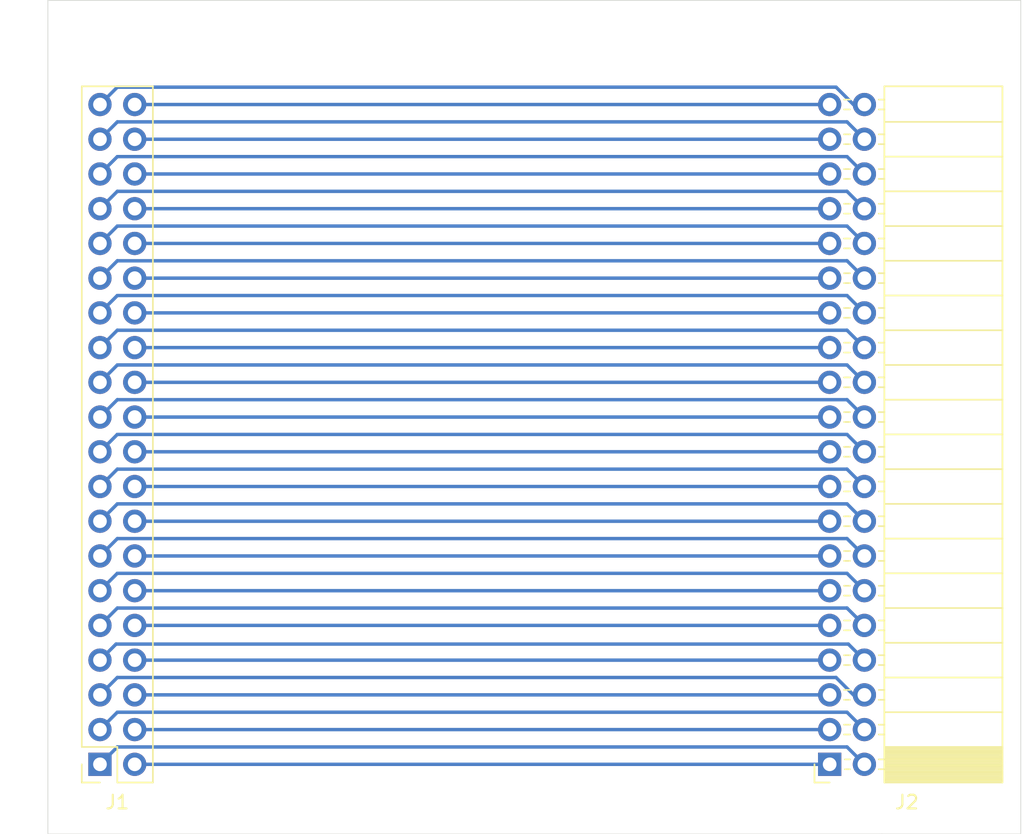
<source format=kicad_pcb>
(kicad_pcb (version 20171130) (host pcbnew "(5.1.10)-1")

  (general
    (thickness 1.6)
    (drawings 5)
    (tracks 82)
    (zones 0)
    (modules 2)
    (nets 41)
  )

  (page A4)
  (layers
    (0 F.Cu signal)
    (31 B.Cu signal)
    (32 B.Adhes user)
    (33 F.Adhes user)
    (34 B.Paste user)
    (35 F.Paste user)
    (36 B.SilkS user)
    (37 F.SilkS user)
    (38 B.Mask user)
    (39 F.Mask user)
    (40 Dwgs.User user)
    (41 Cmts.User user)
    (42 Eco1.User user)
    (43 Eco2.User user)
    (44 Edge.Cuts user)
    (45 Margin user)
    (46 B.CrtYd user)
    (47 F.CrtYd user)
    (48 B.Fab user)
    (49 F.Fab user)
  )

  (setup
    (last_trace_width 0.25)
    (trace_clearance 0.2)
    (zone_clearance 0.508)
    (zone_45_only no)
    (trace_min 0.2)
    (via_size 0.8)
    (via_drill 0.4)
    (via_min_size 0.4)
    (via_min_drill 0.3)
    (uvia_size 0.3)
    (uvia_drill 0.1)
    (uvias_allowed no)
    (uvia_min_size 0.2)
    (uvia_min_drill 0.1)
    (edge_width 0.05)
    (segment_width 0.2)
    (pcb_text_width 0.3)
    (pcb_text_size 1.5 1.5)
    (mod_edge_width 0.12)
    (mod_text_size 1 1)
    (mod_text_width 0.15)
    (pad_size 1.524 1.524)
    (pad_drill 0.762)
    (pad_to_mask_clearance 0)
    (aux_axis_origin 0 0)
    (visible_elements FFFFFF7F)
    (pcbplotparams
      (layerselection 0x3ffff_ffffffff)
      (usegerberextensions false)
      (usegerberattributes true)
      (usegerberadvancedattributes true)
      (creategerberjobfile true)
      (excludeedgelayer true)
      (linewidth 0.100000)
      (plotframeref false)
      (viasonmask false)
      (mode 1)
      (useauxorigin false)
      (hpglpennumber 1)
      (hpglpenspeed 20)
      (hpglpendiameter 15.000000)
      (psnegative false)
      (psa4output false)
      (plotreference true)
      (plotvalue true)
      (plotinvisibletext false)
      (padsonsilk false)
      (subtractmaskfromsilk false)
      (outputformat 1)
      (mirror false)
      (drillshape 0)
      (scaleselection 1)
      (outputdirectory ""))
  )

  (net 0 "")
  (net 1 "Net-(J1-Pad1)")
  (net 2 "Net-(J1-Pad2)")
  (net 3 "Net-(J1-Pad3)")
  (net 4 "Net-(J1-Pad4)")
  (net 5 "Net-(J1-Pad5)")
  (net 6 "Net-(J1-Pad6)")
  (net 7 "Net-(J1-Pad7)")
  (net 8 "Net-(J1-Pad8)")
  (net 9 "Net-(J1-Pad9)")
  (net 10 "Net-(J1-Pad10)")
  (net 11 "Net-(J1-Pad11)")
  (net 12 "Net-(J1-Pad12)")
  (net 13 "Net-(J1-Pad13)")
  (net 14 "Net-(J1-Pad14)")
  (net 15 "Net-(J1-Pad15)")
  (net 16 "Net-(J1-Pad16)")
  (net 17 "Net-(J1-Pad17)")
  (net 18 "Net-(J1-Pad18)")
  (net 19 "Net-(J1-Pad19)")
  (net 20 "Net-(J1-Pad20)")
  (net 21 "Net-(J1-Pad21)")
  (net 22 "Net-(J1-Pad22)")
  (net 23 "Net-(J1-Pad23)")
  (net 24 "Net-(J1-Pad24)")
  (net 25 "Net-(J1-Pad25)")
  (net 26 "Net-(J1-Pad26)")
  (net 27 "Net-(J1-Pad27)")
  (net 28 "Net-(J1-Pad28)")
  (net 29 "Net-(J1-Pad29)")
  (net 30 "Net-(J1-Pad30)")
  (net 31 "Net-(J1-Pad31)")
  (net 32 "Net-(J1-Pad32)")
  (net 33 "Net-(J1-Pad33)")
  (net 34 "Net-(J1-Pad34)")
  (net 35 "Net-(J1-Pad35)")
  (net 36 "Net-(J1-Pad36)")
  (net 37 "Net-(J1-Pad37)")
  (net 38 "Net-(J1-Pad38)")
  (net 39 "Net-(J1-Pad39)")
  (net 40 "Net-(J1-Pad40)")

  (net_class Default "This is the default net class."
    (clearance 0.2)
    (trace_width 0.25)
    (via_dia 0.8)
    (via_drill 0.4)
    (uvia_dia 0.3)
    (uvia_drill 0.1)
    (add_net "Net-(J1-Pad1)")
    (add_net "Net-(J1-Pad10)")
    (add_net "Net-(J1-Pad11)")
    (add_net "Net-(J1-Pad12)")
    (add_net "Net-(J1-Pad13)")
    (add_net "Net-(J1-Pad14)")
    (add_net "Net-(J1-Pad15)")
    (add_net "Net-(J1-Pad16)")
    (add_net "Net-(J1-Pad17)")
    (add_net "Net-(J1-Pad18)")
    (add_net "Net-(J1-Pad19)")
    (add_net "Net-(J1-Pad2)")
    (add_net "Net-(J1-Pad20)")
    (add_net "Net-(J1-Pad21)")
    (add_net "Net-(J1-Pad22)")
    (add_net "Net-(J1-Pad23)")
    (add_net "Net-(J1-Pad24)")
    (add_net "Net-(J1-Pad25)")
    (add_net "Net-(J1-Pad26)")
    (add_net "Net-(J1-Pad27)")
    (add_net "Net-(J1-Pad28)")
    (add_net "Net-(J1-Pad29)")
    (add_net "Net-(J1-Pad3)")
    (add_net "Net-(J1-Pad30)")
    (add_net "Net-(J1-Pad31)")
    (add_net "Net-(J1-Pad32)")
    (add_net "Net-(J1-Pad33)")
    (add_net "Net-(J1-Pad34)")
    (add_net "Net-(J1-Pad35)")
    (add_net "Net-(J1-Pad36)")
    (add_net "Net-(J1-Pad37)")
    (add_net "Net-(J1-Pad38)")
    (add_net "Net-(J1-Pad39)")
    (add_net "Net-(J1-Pad4)")
    (add_net "Net-(J1-Pad40)")
    (add_net "Net-(J1-Pad5)")
    (add_net "Net-(J1-Pad6)")
    (add_net "Net-(J1-Pad7)")
    (add_net "Net-(J1-Pad8)")
    (add_net "Net-(J1-Pad9)")
  )

  (module Connector_PinSocket_2.54mm:PinSocket_2x20_P2.54mm_Vertical (layer F.Cu) (tedit 5A19A433) (tstamp 61FAD6D7)
    (at 92.71 121.92 180)
    (descr "Through hole straight socket strip, 2x20, 2.54mm pitch, double cols (from Kicad 4.0.7), script generated")
    (tags "Through hole socket strip THT 2x20 2.54mm double row")
    (path /62018999)
    (fp_text reference J1 (at -1.27 -2.77) (layer F.SilkS)
      (effects (font (size 1 1) (thickness 0.15)))
    )
    (fp_text value Conn_02x20_Odd_Even (at -1.27 51.03) (layer F.Fab)
      (effects (font (size 1 1) (thickness 0.15)))
    )
    (fp_line (start -4.34 50) (end -4.34 -1.8) (layer F.CrtYd) (width 0.05))
    (fp_line (start 1.76 50) (end -4.34 50) (layer F.CrtYd) (width 0.05))
    (fp_line (start 1.76 -1.8) (end 1.76 50) (layer F.CrtYd) (width 0.05))
    (fp_line (start -4.34 -1.8) (end 1.76 -1.8) (layer F.CrtYd) (width 0.05))
    (fp_line (start 0 -1.33) (end 1.33 -1.33) (layer F.SilkS) (width 0.12))
    (fp_line (start 1.33 -1.33) (end 1.33 0) (layer F.SilkS) (width 0.12))
    (fp_line (start -1.27 -1.33) (end -1.27 1.27) (layer F.SilkS) (width 0.12))
    (fp_line (start -1.27 1.27) (end 1.33 1.27) (layer F.SilkS) (width 0.12))
    (fp_line (start 1.33 1.27) (end 1.33 49.59) (layer F.SilkS) (width 0.12))
    (fp_line (start -3.87 49.59) (end 1.33 49.59) (layer F.SilkS) (width 0.12))
    (fp_line (start -3.87 -1.33) (end -3.87 49.59) (layer F.SilkS) (width 0.12))
    (fp_line (start -3.87 -1.33) (end -1.27 -1.33) (layer F.SilkS) (width 0.12))
    (fp_line (start -3.81 49.53) (end -3.81 -1.27) (layer F.Fab) (width 0.1))
    (fp_line (start 1.27 49.53) (end -3.81 49.53) (layer F.Fab) (width 0.1))
    (fp_line (start 1.27 -0.27) (end 1.27 49.53) (layer F.Fab) (width 0.1))
    (fp_line (start 0.27 -1.27) (end 1.27 -0.27) (layer F.Fab) (width 0.1))
    (fp_line (start -3.81 -1.27) (end 0.27 -1.27) (layer F.Fab) (width 0.1))
    (fp_text user %R (at -1.27 24.13 90) (layer F.Fab)
      (effects (font (size 1 1) (thickness 0.15)))
    )
    (pad 1 thru_hole rect (at 0 0 180) (size 1.7 1.7) (drill 1) (layers *.Cu *.Mask)
      (net 1 "Net-(J1-Pad1)"))
    (pad 2 thru_hole oval (at -2.54 0 180) (size 1.7 1.7) (drill 1) (layers *.Cu *.Mask)
      (net 2 "Net-(J1-Pad2)"))
    (pad 3 thru_hole oval (at 0 2.54 180) (size 1.7 1.7) (drill 1) (layers *.Cu *.Mask)
      (net 3 "Net-(J1-Pad3)"))
    (pad 4 thru_hole oval (at -2.54 2.54 180) (size 1.7 1.7) (drill 1) (layers *.Cu *.Mask)
      (net 4 "Net-(J1-Pad4)"))
    (pad 5 thru_hole oval (at 0 5.08 180) (size 1.7 1.7) (drill 1) (layers *.Cu *.Mask)
      (net 5 "Net-(J1-Pad5)"))
    (pad 6 thru_hole oval (at -2.54 5.08 180) (size 1.7 1.7) (drill 1) (layers *.Cu *.Mask)
      (net 6 "Net-(J1-Pad6)"))
    (pad 7 thru_hole oval (at 0 7.62 180) (size 1.7 1.7) (drill 1) (layers *.Cu *.Mask)
      (net 7 "Net-(J1-Pad7)"))
    (pad 8 thru_hole oval (at -2.54 7.62 180) (size 1.7 1.7) (drill 1) (layers *.Cu *.Mask)
      (net 8 "Net-(J1-Pad8)"))
    (pad 9 thru_hole oval (at 0 10.16 180) (size 1.7 1.7) (drill 1) (layers *.Cu *.Mask)
      (net 9 "Net-(J1-Pad9)"))
    (pad 10 thru_hole oval (at -2.54 10.16 180) (size 1.7 1.7) (drill 1) (layers *.Cu *.Mask)
      (net 10 "Net-(J1-Pad10)"))
    (pad 11 thru_hole oval (at 0 12.7 180) (size 1.7 1.7) (drill 1) (layers *.Cu *.Mask)
      (net 11 "Net-(J1-Pad11)"))
    (pad 12 thru_hole oval (at -2.54 12.7 180) (size 1.7 1.7) (drill 1) (layers *.Cu *.Mask)
      (net 12 "Net-(J1-Pad12)"))
    (pad 13 thru_hole oval (at 0 15.24 180) (size 1.7 1.7) (drill 1) (layers *.Cu *.Mask)
      (net 13 "Net-(J1-Pad13)"))
    (pad 14 thru_hole oval (at -2.54 15.24 180) (size 1.7 1.7) (drill 1) (layers *.Cu *.Mask)
      (net 14 "Net-(J1-Pad14)"))
    (pad 15 thru_hole oval (at 0 17.78 180) (size 1.7 1.7) (drill 1) (layers *.Cu *.Mask)
      (net 15 "Net-(J1-Pad15)"))
    (pad 16 thru_hole oval (at -2.54 17.78 180) (size 1.7 1.7) (drill 1) (layers *.Cu *.Mask)
      (net 16 "Net-(J1-Pad16)"))
    (pad 17 thru_hole oval (at 0 20.32 180) (size 1.7 1.7) (drill 1) (layers *.Cu *.Mask)
      (net 17 "Net-(J1-Pad17)"))
    (pad 18 thru_hole oval (at -2.54 20.32 180) (size 1.7 1.7) (drill 1) (layers *.Cu *.Mask)
      (net 18 "Net-(J1-Pad18)"))
    (pad 19 thru_hole oval (at 0 22.86 180) (size 1.7 1.7) (drill 1) (layers *.Cu *.Mask)
      (net 19 "Net-(J1-Pad19)"))
    (pad 20 thru_hole oval (at -2.54 22.86 180) (size 1.7 1.7) (drill 1) (layers *.Cu *.Mask)
      (net 20 "Net-(J1-Pad20)"))
    (pad 21 thru_hole oval (at 0 25.4 180) (size 1.7 1.7) (drill 1) (layers *.Cu *.Mask)
      (net 21 "Net-(J1-Pad21)"))
    (pad 22 thru_hole oval (at -2.54 25.4 180) (size 1.7 1.7) (drill 1) (layers *.Cu *.Mask)
      (net 22 "Net-(J1-Pad22)"))
    (pad 23 thru_hole oval (at 0 27.94 180) (size 1.7 1.7) (drill 1) (layers *.Cu *.Mask)
      (net 23 "Net-(J1-Pad23)"))
    (pad 24 thru_hole oval (at -2.54 27.94 180) (size 1.7 1.7) (drill 1) (layers *.Cu *.Mask)
      (net 24 "Net-(J1-Pad24)"))
    (pad 25 thru_hole oval (at 0 30.48 180) (size 1.7 1.7) (drill 1) (layers *.Cu *.Mask)
      (net 25 "Net-(J1-Pad25)"))
    (pad 26 thru_hole oval (at -2.54 30.48 180) (size 1.7 1.7) (drill 1) (layers *.Cu *.Mask)
      (net 26 "Net-(J1-Pad26)"))
    (pad 27 thru_hole oval (at 0 33.02 180) (size 1.7 1.7) (drill 1) (layers *.Cu *.Mask)
      (net 27 "Net-(J1-Pad27)"))
    (pad 28 thru_hole oval (at -2.54 33.02 180) (size 1.7 1.7) (drill 1) (layers *.Cu *.Mask)
      (net 28 "Net-(J1-Pad28)"))
    (pad 29 thru_hole oval (at 0 35.56 180) (size 1.7 1.7) (drill 1) (layers *.Cu *.Mask)
      (net 29 "Net-(J1-Pad29)"))
    (pad 30 thru_hole oval (at -2.54 35.56 180) (size 1.7 1.7) (drill 1) (layers *.Cu *.Mask)
      (net 30 "Net-(J1-Pad30)"))
    (pad 31 thru_hole oval (at 0 38.1 180) (size 1.7 1.7) (drill 1) (layers *.Cu *.Mask)
      (net 31 "Net-(J1-Pad31)"))
    (pad 32 thru_hole oval (at -2.54 38.1 180) (size 1.7 1.7) (drill 1) (layers *.Cu *.Mask)
      (net 32 "Net-(J1-Pad32)"))
    (pad 33 thru_hole oval (at 0 40.64 180) (size 1.7 1.7) (drill 1) (layers *.Cu *.Mask)
      (net 33 "Net-(J1-Pad33)"))
    (pad 34 thru_hole oval (at -2.54 40.64 180) (size 1.7 1.7) (drill 1) (layers *.Cu *.Mask)
      (net 34 "Net-(J1-Pad34)"))
    (pad 35 thru_hole oval (at 0 43.18 180) (size 1.7 1.7) (drill 1) (layers *.Cu *.Mask)
      (net 35 "Net-(J1-Pad35)"))
    (pad 36 thru_hole oval (at -2.54 43.18 180) (size 1.7 1.7) (drill 1) (layers *.Cu *.Mask)
      (net 36 "Net-(J1-Pad36)"))
    (pad 37 thru_hole oval (at 0 45.72 180) (size 1.7 1.7) (drill 1) (layers *.Cu *.Mask)
      (net 37 "Net-(J1-Pad37)"))
    (pad 38 thru_hole oval (at -2.54 45.72 180) (size 1.7 1.7) (drill 1) (layers *.Cu *.Mask)
      (net 38 "Net-(J1-Pad38)"))
    (pad 39 thru_hole oval (at 0 48.26 180) (size 1.7 1.7) (drill 1) (layers *.Cu *.Mask)
      (net 39 "Net-(J1-Pad39)"))
    (pad 40 thru_hole oval (at -2.54 48.26 180) (size 1.7 1.7) (drill 1) (layers *.Cu *.Mask)
      (net 40 "Net-(J1-Pad40)"))
    (model ${KISYS3DMOD}/Connector_PinSocket_2.54mm.3dshapes/PinSocket_2x20_P2.54mm_Vertical.wrl
      (at (xyz 0 0 0))
      (scale (xyz 1 1 1))
      (rotate (xyz 0 0 0))
    )
  )

  (module Connector_PinSocket_2.54mm:PinSocket_2x20_P2.54mm_Horizontal (layer F.Cu) (tedit 5A19A423) (tstamp 61FAD7C7)
    (at 146.05 121.92 180)
    (descr "Through hole angled socket strip, 2x20, 2.54mm pitch, 8.51mm socket length, double cols (from Kicad 4.0.7), script generated")
    (tags "Through hole angled socket strip THT 2x20 2.54mm double row")
    (path /6201D26D)
    (fp_text reference J2 (at -5.65 -2.77) (layer F.SilkS)
      (effects (font (size 1 1) (thickness 0.15)))
    )
    (fp_text value Conn_02x20_Odd_Even (at -5.65 51.03) (layer F.Fab)
      (effects (font (size 1 1) (thickness 0.15)))
    )
    (fp_line (start 1.8 50.05) (end 1.8 -1.75) (layer F.CrtYd) (width 0.05))
    (fp_line (start -13.05 50.05) (end 1.8 50.05) (layer F.CrtYd) (width 0.05))
    (fp_line (start -13.05 -1.75) (end -13.05 50.05) (layer F.CrtYd) (width 0.05))
    (fp_line (start 1.8 -1.75) (end -13.05 -1.75) (layer F.CrtYd) (width 0.05))
    (fp_line (start 0 -1.33) (end 1.11 -1.33) (layer F.SilkS) (width 0.12))
    (fp_line (start 1.11 -1.33) (end 1.11 0) (layer F.SilkS) (width 0.12))
    (fp_line (start -12.63 -1.33) (end -12.63 49.59) (layer F.SilkS) (width 0.12))
    (fp_line (start -12.63 49.59) (end -4 49.59) (layer F.SilkS) (width 0.12))
    (fp_line (start -4 -1.33) (end -4 49.59) (layer F.SilkS) (width 0.12))
    (fp_line (start -12.63 -1.33) (end -4 -1.33) (layer F.SilkS) (width 0.12))
    (fp_line (start -12.63 46.99) (end -4 46.99) (layer F.SilkS) (width 0.12))
    (fp_line (start -12.63 44.45) (end -4 44.45) (layer F.SilkS) (width 0.12))
    (fp_line (start -12.63 41.91) (end -4 41.91) (layer F.SilkS) (width 0.12))
    (fp_line (start -12.63 39.37) (end -4 39.37) (layer F.SilkS) (width 0.12))
    (fp_line (start -12.63 36.83) (end -4 36.83) (layer F.SilkS) (width 0.12))
    (fp_line (start -12.63 34.29) (end -4 34.29) (layer F.SilkS) (width 0.12))
    (fp_line (start -12.63 31.75) (end -4 31.75) (layer F.SilkS) (width 0.12))
    (fp_line (start -12.63 29.21) (end -4 29.21) (layer F.SilkS) (width 0.12))
    (fp_line (start -12.63 26.67) (end -4 26.67) (layer F.SilkS) (width 0.12))
    (fp_line (start -12.63 24.13) (end -4 24.13) (layer F.SilkS) (width 0.12))
    (fp_line (start -12.63 21.59) (end -4 21.59) (layer F.SilkS) (width 0.12))
    (fp_line (start -12.63 19.05) (end -4 19.05) (layer F.SilkS) (width 0.12))
    (fp_line (start -12.63 16.51) (end -4 16.51) (layer F.SilkS) (width 0.12))
    (fp_line (start -12.63 13.97) (end -4 13.97) (layer F.SilkS) (width 0.12))
    (fp_line (start -12.63 11.43) (end -4 11.43) (layer F.SilkS) (width 0.12))
    (fp_line (start -12.63 8.89) (end -4 8.89) (layer F.SilkS) (width 0.12))
    (fp_line (start -12.63 6.35) (end -4 6.35) (layer F.SilkS) (width 0.12))
    (fp_line (start -12.63 3.81) (end -4 3.81) (layer F.SilkS) (width 0.12))
    (fp_line (start -12.63 1.27) (end -4 1.27) (layer F.SilkS) (width 0.12))
    (fp_line (start -1.49 48.62) (end -1.05 48.62) (layer F.SilkS) (width 0.12))
    (fp_line (start -4 48.62) (end -3.59 48.62) (layer F.SilkS) (width 0.12))
    (fp_line (start -1.49 47.9) (end -1.05 47.9) (layer F.SilkS) (width 0.12))
    (fp_line (start -4 47.9) (end -3.59 47.9) (layer F.SilkS) (width 0.12))
    (fp_line (start -1.49 46.08) (end -1.05 46.08) (layer F.SilkS) (width 0.12))
    (fp_line (start -4 46.08) (end -3.59 46.08) (layer F.SilkS) (width 0.12))
    (fp_line (start -1.49 45.36) (end -1.05 45.36) (layer F.SilkS) (width 0.12))
    (fp_line (start -4 45.36) (end -3.59 45.36) (layer F.SilkS) (width 0.12))
    (fp_line (start -1.49 43.54) (end -1.05 43.54) (layer F.SilkS) (width 0.12))
    (fp_line (start -4 43.54) (end -3.59 43.54) (layer F.SilkS) (width 0.12))
    (fp_line (start -1.49 42.82) (end -1.05 42.82) (layer F.SilkS) (width 0.12))
    (fp_line (start -4 42.82) (end -3.59 42.82) (layer F.SilkS) (width 0.12))
    (fp_line (start -1.49 41) (end -1.05 41) (layer F.SilkS) (width 0.12))
    (fp_line (start -4 41) (end -3.59 41) (layer F.SilkS) (width 0.12))
    (fp_line (start -1.49 40.28) (end -1.05 40.28) (layer F.SilkS) (width 0.12))
    (fp_line (start -4 40.28) (end -3.59 40.28) (layer F.SilkS) (width 0.12))
    (fp_line (start -1.49 38.46) (end -1.05 38.46) (layer F.SilkS) (width 0.12))
    (fp_line (start -4 38.46) (end -3.59 38.46) (layer F.SilkS) (width 0.12))
    (fp_line (start -1.49 37.74) (end -1.05 37.74) (layer F.SilkS) (width 0.12))
    (fp_line (start -4 37.74) (end -3.59 37.74) (layer F.SilkS) (width 0.12))
    (fp_line (start -1.49 35.92) (end -1.05 35.92) (layer F.SilkS) (width 0.12))
    (fp_line (start -4 35.92) (end -3.59 35.92) (layer F.SilkS) (width 0.12))
    (fp_line (start -1.49 35.2) (end -1.05 35.2) (layer F.SilkS) (width 0.12))
    (fp_line (start -4 35.2) (end -3.59 35.2) (layer F.SilkS) (width 0.12))
    (fp_line (start -1.49 33.38) (end -1.05 33.38) (layer F.SilkS) (width 0.12))
    (fp_line (start -4 33.38) (end -3.59 33.38) (layer F.SilkS) (width 0.12))
    (fp_line (start -1.49 32.66) (end -1.05 32.66) (layer F.SilkS) (width 0.12))
    (fp_line (start -4 32.66) (end -3.59 32.66) (layer F.SilkS) (width 0.12))
    (fp_line (start -1.49 30.84) (end -1.05 30.84) (layer F.SilkS) (width 0.12))
    (fp_line (start -4 30.84) (end -3.59 30.84) (layer F.SilkS) (width 0.12))
    (fp_line (start -1.49 30.12) (end -1.05 30.12) (layer F.SilkS) (width 0.12))
    (fp_line (start -4 30.12) (end -3.59 30.12) (layer F.SilkS) (width 0.12))
    (fp_line (start -1.49 28.3) (end -1.05 28.3) (layer F.SilkS) (width 0.12))
    (fp_line (start -4 28.3) (end -3.59 28.3) (layer F.SilkS) (width 0.12))
    (fp_line (start -1.49 27.58) (end -1.05 27.58) (layer F.SilkS) (width 0.12))
    (fp_line (start -4 27.58) (end -3.59 27.58) (layer F.SilkS) (width 0.12))
    (fp_line (start -1.49 25.76) (end -1.05 25.76) (layer F.SilkS) (width 0.12))
    (fp_line (start -4 25.76) (end -3.59 25.76) (layer F.SilkS) (width 0.12))
    (fp_line (start -1.49 25.04) (end -1.05 25.04) (layer F.SilkS) (width 0.12))
    (fp_line (start -4 25.04) (end -3.59 25.04) (layer F.SilkS) (width 0.12))
    (fp_line (start -1.49 23.22) (end -1.05 23.22) (layer F.SilkS) (width 0.12))
    (fp_line (start -4 23.22) (end -3.59 23.22) (layer F.SilkS) (width 0.12))
    (fp_line (start -1.49 22.5) (end -1.05 22.5) (layer F.SilkS) (width 0.12))
    (fp_line (start -4 22.5) (end -3.59 22.5) (layer F.SilkS) (width 0.12))
    (fp_line (start -1.49 20.68) (end -1.05 20.68) (layer F.SilkS) (width 0.12))
    (fp_line (start -4 20.68) (end -3.59 20.68) (layer F.SilkS) (width 0.12))
    (fp_line (start -1.49 19.96) (end -1.05 19.96) (layer F.SilkS) (width 0.12))
    (fp_line (start -4 19.96) (end -3.59 19.96) (layer F.SilkS) (width 0.12))
    (fp_line (start -1.49 18.14) (end -1.05 18.14) (layer F.SilkS) (width 0.12))
    (fp_line (start -4 18.14) (end -3.59 18.14) (layer F.SilkS) (width 0.12))
    (fp_line (start -1.49 17.42) (end -1.05 17.42) (layer F.SilkS) (width 0.12))
    (fp_line (start -4 17.42) (end -3.59 17.42) (layer F.SilkS) (width 0.12))
    (fp_line (start -1.49 15.6) (end -1.05 15.6) (layer F.SilkS) (width 0.12))
    (fp_line (start -4 15.6) (end -3.59 15.6) (layer F.SilkS) (width 0.12))
    (fp_line (start -1.49 14.88) (end -1.05 14.88) (layer F.SilkS) (width 0.12))
    (fp_line (start -4 14.88) (end -3.59 14.88) (layer F.SilkS) (width 0.12))
    (fp_line (start -1.49 13.06) (end -1.05 13.06) (layer F.SilkS) (width 0.12))
    (fp_line (start -4 13.06) (end -3.59 13.06) (layer F.SilkS) (width 0.12))
    (fp_line (start -1.49 12.34) (end -1.05 12.34) (layer F.SilkS) (width 0.12))
    (fp_line (start -4 12.34) (end -3.59 12.34) (layer F.SilkS) (width 0.12))
    (fp_line (start -1.49 10.52) (end -1.05 10.52) (layer F.SilkS) (width 0.12))
    (fp_line (start -4 10.52) (end -3.59 10.52) (layer F.SilkS) (width 0.12))
    (fp_line (start -1.49 9.8) (end -1.05 9.8) (layer F.SilkS) (width 0.12))
    (fp_line (start -4 9.8) (end -3.59 9.8) (layer F.SilkS) (width 0.12))
    (fp_line (start -1.49 7.98) (end -1.05 7.98) (layer F.SilkS) (width 0.12))
    (fp_line (start -4 7.98) (end -3.59 7.98) (layer F.SilkS) (width 0.12))
    (fp_line (start -1.49 7.26) (end -1.05 7.26) (layer F.SilkS) (width 0.12))
    (fp_line (start -4 7.26) (end -3.59 7.26) (layer F.SilkS) (width 0.12))
    (fp_line (start -1.49 5.44) (end -1.05 5.44) (layer F.SilkS) (width 0.12))
    (fp_line (start -4 5.44) (end -3.59 5.44) (layer F.SilkS) (width 0.12))
    (fp_line (start -1.49 4.72) (end -1.05 4.72) (layer F.SilkS) (width 0.12))
    (fp_line (start -4 4.72) (end -3.59 4.72) (layer F.SilkS) (width 0.12))
    (fp_line (start -1.49 2.9) (end -1.05 2.9) (layer F.SilkS) (width 0.12))
    (fp_line (start -4 2.9) (end -3.59 2.9) (layer F.SilkS) (width 0.12))
    (fp_line (start -1.49 2.18) (end -1.05 2.18) (layer F.SilkS) (width 0.12))
    (fp_line (start -4 2.18) (end -3.59 2.18) (layer F.SilkS) (width 0.12))
    (fp_line (start -1.49 0.36) (end -1.11 0.36) (layer F.SilkS) (width 0.12))
    (fp_line (start -4 0.36) (end -3.59 0.36) (layer F.SilkS) (width 0.12))
    (fp_line (start -1.49 -0.36) (end -1.11 -0.36) (layer F.SilkS) (width 0.12))
    (fp_line (start -4 -0.36) (end -3.59 -0.36) (layer F.SilkS) (width 0.12))
    (fp_line (start -12.63 1.1519) (end -4 1.1519) (layer F.SilkS) (width 0.12))
    (fp_line (start -12.63 1.033805) (end -4 1.033805) (layer F.SilkS) (width 0.12))
    (fp_line (start -12.63 0.91571) (end -4 0.91571) (layer F.SilkS) (width 0.12))
    (fp_line (start -12.63 0.797615) (end -4 0.797615) (layer F.SilkS) (width 0.12))
    (fp_line (start -12.63 0.67952) (end -4 0.67952) (layer F.SilkS) (width 0.12))
    (fp_line (start -12.63 0.561425) (end -4 0.561425) (layer F.SilkS) (width 0.12))
    (fp_line (start -12.63 0.44333) (end -4 0.44333) (layer F.SilkS) (width 0.12))
    (fp_line (start -12.63 0.325235) (end -4 0.325235) (layer F.SilkS) (width 0.12))
    (fp_line (start -12.63 0.20714) (end -4 0.20714) (layer F.SilkS) (width 0.12))
    (fp_line (start -12.63 0.089045) (end -4 0.089045) (layer F.SilkS) (width 0.12))
    (fp_line (start -12.63 -0.02905) (end -4 -0.02905) (layer F.SilkS) (width 0.12))
    (fp_line (start -12.63 -0.147145) (end -4 -0.147145) (layer F.SilkS) (width 0.12))
    (fp_line (start -12.63 -0.26524) (end -4 -0.26524) (layer F.SilkS) (width 0.12))
    (fp_line (start -12.63 -0.383335) (end -4 -0.383335) (layer F.SilkS) (width 0.12))
    (fp_line (start -12.63 -0.50143) (end -4 -0.50143) (layer F.SilkS) (width 0.12))
    (fp_line (start -12.63 -0.619525) (end -4 -0.619525) (layer F.SilkS) (width 0.12))
    (fp_line (start -12.63 -0.73762) (end -4 -0.73762) (layer F.SilkS) (width 0.12))
    (fp_line (start -12.63 -0.855715) (end -4 -0.855715) (layer F.SilkS) (width 0.12))
    (fp_line (start -12.63 -0.97381) (end -4 -0.97381) (layer F.SilkS) (width 0.12))
    (fp_line (start -12.63 -1.091905) (end -4 -1.091905) (layer F.SilkS) (width 0.12))
    (fp_line (start -12.63 -1.21) (end -4 -1.21) (layer F.SilkS) (width 0.12))
    (fp_line (start 0 48.56) (end 0 47.96) (layer F.Fab) (width 0.1))
    (fp_line (start -4.06 48.56) (end 0 48.56) (layer F.Fab) (width 0.1))
    (fp_line (start 0 47.96) (end -4.06 47.96) (layer F.Fab) (width 0.1))
    (fp_line (start 0 46.02) (end 0 45.42) (layer F.Fab) (width 0.1))
    (fp_line (start -4.06 46.02) (end 0 46.02) (layer F.Fab) (width 0.1))
    (fp_line (start 0 45.42) (end -4.06 45.42) (layer F.Fab) (width 0.1))
    (fp_line (start 0 43.48) (end 0 42.88) (layer F.Fab) (width 0.1))
    (fp_line (start -4.06 43.48) (end 0 43.48) (layer F.Fab) (width 0.1))
    (fp_line (start 0 42.88) (end -4.06 42.88) (layer F.Fab) (width 0.1))
    (fp_line (start 0 40.94) (end 0 40.34) (layer F.Fab) (width 0.1))
    (fp_line (start -4.06 40.94) (end 0 40.94) (layer F.Fab) (width 0.1))
    (fp_line (start 0 40.34) (end -4.06 40.34) (layer F.Fab) (width 0.1))
    (fp_line (start 0 38.4) (end 0 37.8) (layer F.Fab) (width 0.1))
    (fp_line (start -4.06 38.4) (end 0 38.4) (layer F.Fab) (width 0.1))
    (fp_line (start 0 37.8) (end -4.06 37.8) (layer F.Fab) (width 0.1))
    (fp_line (start 0 35.86) (end 0 35.26) (layer F.Fab) (width 0.1))
    (fp_line (start -4.06 35.86) (end 0 35.86) (layer F.Fab) (width 0.1))
    (fp_line (start 0 35.26) (end -4.06 35.26) (layer F.Fab) (width 0.1))
    (fp_line (start 0 33.32) (end 0 32.72) (layer F.Fab) (width 0.1))
    (fp_line (start -4.06 33.32) (end 0 33.32) (layer F.Fab) (width 0.1))
    (fp_line (start 0 32.72) (end -4.06 32.72) (layer F.Fab) (width 0.1))
    (fp_line (start 0 30.78) (end 0 30.18) (layer F.Fab) (width 0.1))
    (fp_line (start -4.06 30.78) (end 0 30.78) (layer F.Fab) (width 0.1))
    (fp_line (start 0 30.18) (end -4.06 30.18) (layer F.Fab) (width 0.1))
    (fp_line (start 0 28.24) (end 0 27.64) (layer F.Fab) (width 0.1))
    (fp_line (start -4.06 28.24) (end 0 28.24) (layer F.Fab) (width 0.1))
    (fp_line (start 0 27.64) (end -4.06 27.64) (layer F.Fab) (width 0.1))
    (fp_line (start 0 25.7) (end 0 25.1) (layer F.Fab) (width 0.1))
    (fp_line (start -4.06 25.7) (end 0 25.7) (layer F.Fab) (width 0.1))
    (fp_line (start 0 25.1) (end -4.06 25.1) (layer F.Fab) (width 0.1))
    (fp_line (start 0 23.16) (end 0 22.56) (layer F.Fab) (width 0.1))
    (fp_line (start -4.06 23.16) (end 0 23.16) (layer F.Fab) (width 0.1))
    (fp_line (start 0 22.56) (end -4.06 22.56) (layer F.Fab) (width 0.1))
    (fp_line (start 0 20.62) (end 0 20.02) (layer F.Fab) (width 0.1))
    (fp_line (start -4.06 20.62) (end 0 20.62) (layer F.Fab) (width 0.1))
    (fp_line (start 0 20.02) (end -4.06 20.02) (layer F.Fab) (width 0.1))
    (fp_line (start 0 18.08) (end 0 17.48) (layer F.Fab) (width 0.1))
    (fp_line (start -4.06 18.08) (end 0 18.08) (layer F.Fab) (width 0.1))
    (fp_line (start 0 17.48) (end -4.06 17.48) (layer F.Fab) (width 0.1))
    (fp_line (start 0 15.54) (end 0 14.94) (layer F.Fab) (width 0.1))
    (fp_line (start -4.06 15.54) (end 0 15.54) (layer F.Fab) (width 0.1))
    (fp_line (start 0 14.94) (end -4.06 14.94) (layer F.Fab) (width 0.1))
    (fp_line (start 0 13) (end 0 12.4) (layer F.Fab) (width 0.1))
    (fp_line (start -4.06 13) (end 0 13) (layer F.Fab) (width 0.1))
    (fp_line (start 0 12.4) (end -4.06 12.4) (layer F.Fab) (width 0.1))
    (fp_line (start 0 10.46) (end 0 9.86) (layer F.Fab) (width 0.1))
    (fp_line (start -4.06 10.46) (end 0 10.46) (layer F.Fab) (width 0.1))
    (fp_line (start 0 9.86) (end -4.06 9.86) (layer F.Fab) (width 0.1))
    (fp_line (start 0 7.92) (end 0 7.32) (layer F.Fab) (width 0.1))
    (fp_line (start -4.06 7.92) (end 0 7.92) (layer F.Fab) (width 0.1))
    (fp_line (start 0 7.32) (end -4.06 7.32) (layer F.Fab) (width 0.1))
    (fp_line (start 0 5.38) (end 0 4.78) (layer F.Fab) (width 0.1))
    (fp_line (start -4.06 5.38) (end 0 5.38) (layer F.Fab) (width 0.1))
    (fp_line (start 0 4.78) (end -4.06 4.78) (layer F.Fab) (width 0.1))
    (fp_line (start 0 2.84) (end 0 2.24) (layer F.Fab) (width 0.1))
    (fp_line (start -4.06 2.84) (end 0 2.84) (layer F.Fab) (width 0.1))
    (fp_line (start 0 2.24) (end -4.06 2.24) (layer F.Fab) (width 0.1))
    (fp_line (start 0 0.3) (end 0 -0.3) (layer F.Fab) (width 0.1))
    (fp_line (start -4.06 0.3) (end 0 0.3) (layer F.Fab) (width 0.1))
    (fp_line (start 0 -0.3) (end -4.06 -0.3) (layer F.Fab) (width 0.1))
    (fp_line (start -12.57 49.53) (end -12.57 -1.27) (layer F.Fab) (width 0.1))
    (fp_line (start -4.06 49.53) (end -12.57 49.53) (layer F.Fab) (width 0.1))
    (fp_line (start -4.06 -0.3) (end -4.06 49.53) (layer F.Fab) (width 0.1))
    (fp_line (start -5.03 -1.27) (end -4.06 -0.3) (layer F.Fab) (width 0.1))
    (fp_line (start -12.57 -1.27) (end -5.03 -1.27) (layer F.Fab) (width 0.1))
    (fp_text user %R (at -8.315 24.13 90) (layer F.Fab)
      (effects (font (size 1 1) (thickness 0.15)))
    )
    (pad 1 thru_hole rect (at 0 0 180) (size 1.7 1.7) (drill 1) (layers *.Cu *.Mask)
      (net 2 "Net-(J1-Pad2)"))
    (pad 2 thru_hole oval (at -2.54 0 180) (size 1.7 1.7) (drill 1) (layers *.Cu *.Mask)
      (net 1 "Net-(J1-Pad1)"))
    (pad 3 thru_hole oval (at 0 2.54 180) (size 1.7 1.7) (drill 1) (layers *.Cu *.Mask)
      (net 4 "Net-(J1-Pad4)"))
    (pad 4 thru_hole oval (at -2.54 2.54 180) (size 1.7 1.7) (drill 1) (layers *.Cu *.Mask)
      (net 3 "Net-(J1-Pad3)"))
    (pad 5 thru_hole oval (at 0 5.08 180) (size 1.7 1.7) (drill 1) (layers *.Cu *.Mask)
      (net 6 "Net-(J1-Pad6)"))
    (pad 6 thru_hole oval (at -2.54 5.08 180) (size 1.7 1.7) (drill 1) (layers *.Cu *.Mask)
      (net 5 "Net-(J1-Pad5)"))
    (pad 7 thru_hole oval (at 0 7.62 180) (size 1.7 1.7) (drill 1) (layers *.Cu *.Mask)
      (net 8 "Net-(J1-Pad8)"))
    (pad 8 thru_hole oval (at -2.54 7.62 180) (size 1.7 1.7) (drill 1) (layers *.Cu *.Mask)
      (net 7 "Net-(J1-Pad7)"))
    (pad 9 thru_hole oval (at 0 10.16 180) (size 1.7 1.7) (drill 1) (layers *.Cu *.Mask)
      (net 10 "Net-(J1-Pad10)"))
    (pad 10 thru_hole oval (at -2.54 10.16 180) (size 1.7 1.7) (drill 1) (layers *.Cu *.Mask)
      (net 9 "Net-(J1-Pad9)"))
    (pad 11 thru_hole oval (at 0 12.7 180) (size 1.7 1.7) (drill 1) (layers *.Cu *.Mask)
      (net 12 "Net-(J1-Pad12)"))
    (pad 12 thru_hole oval (at -2.54 12.7 180) (size 1.7 1.7) (drill 1) (layers *.Cu *.Mask)
      (net 11 "Net-(J1-Pad11)"))
    (pad 13 thru_hole oval (at 0 15.24 180) (size 1.7 1.7) (drill 1) (layers *.Cu *.Mask)
      (net 14 "Net-(J1-Pad14)"))
    (pad 14 thru_hole oval (at -2.54 15.24 180) (size 1.7 1.7) (drill 1) (layers *.Cu *.Mask)
      (net 13 "Net-(J1-Pad13)"))
    (pad 15 thru_hole oval (at 0 17.78 180) (size 1.7 1.7) (drill 1) (layers *.Cu *.Mask)
      (net 16 "Net-(J1-Pad16)"))
    (pad 16 thru_hole oval (at -2.54 17.78 180) (size 1.7 1.7) (drill 1) (layers *.Cu *.Mask)
      (net 15 "Net-(J1-Pad15)"))
    (pad 17 thru_hole oval (at 0 20.32 180) (size 1.7 1.7) (drill 1) (layers *.Cu *.Mask)
      (net 18 "Net-(J1-Pad18)"))
    (pad 18 thru_hole oval (at -2.54 20.32 180) (size 1.7 1.7) (drill 1) (layers *.Cu *.Mask)
      (net 17 "Net-(J1-Pad17)"))
    (pad 19 thru_hole oval (at 0 22.86 180) (size 1.7 1.7) (drill 1) (layers *.Cu *.Mask)
      (net 20 "Net-(J1-Pad20)"))
    (pad 20 thru_hole oval (at -2.54 22.86 180) (size 1.7 1.7) (drill 1) (layers *.Cu *.Mask)
      (net 19 "Net-(J1-Pad19)"))
    (pad 21 thru_hole oval (at 0 25.4 180) (size 1.7 1.7) (drill 1) (layers *.Cu *.Mask)
      (net 22 "Net-(J1-Pad22)"))
    (pad 22 thru_hole oval (at -2.54 25.4 180) (size 1.7 1.7) (drill 1) (layers *.Cu *.Mask)
      (net 21 "Net-(J1-Pad21)"))
    (pad 23 thru_hole oval (at 0 27.94 180) (size 1.7 1.7) (drill 1) (layers *.Cu *.Mask)
      (net 24 "Net-(J1-Pad24)"))
    (pad 24 thru_hole oval (at -2.54 27.94 180) (size 1.7 1.7) (drill 1) (layers *.Cu *.Mask)
      (net 23 "Net-(J1-Pad23)"))
    (pad 25 thru_hole oval (at 0 30.48 180) (size 1.7 1.7) (drill 1) (layers *.Cu *.Mask)
      (net 26 "Net-(J1-Pad26)"))
    (pad 26 thru_hole oval (at -2.54 30.48 180) (size 1.7 1.7) (drill 1) (layers *.Cu *.Mask)
      (net 25 "Net-(J1-Pad25)"))
    (pad 27 thru_hole oval (at 0 33.02 180) (size 1.7 1.7) (drill 1) (layers *.Cu *.Mask)
      (net 28 "Net-(J1-Pad28)"))
    (pad 28 thru_hole oval (at -2.54 33.02 180) (size 1.7 1.7) (drill 1) (layers *.Cu *.Mask)
      (net 27 "Net-(J1-Pad27)"))
    (pad 29 thru_hole oval (at 0 35.56 180) (size 1.7 1.7) (drill 1) (layers *.Cu *.Mask)
      (net 30 "Net-(J1-Pad30)"))
    (pad 30 thru_hole oval (at -2.54 35.56 180) (size 1.7 1.7) (drill 1) (layers *.Cu *.Mask)
      (net 29 "Net-(J1-Pad29)"))
    (pad 31 thru_hole oval (at 0 38.1 180) (size 1.7 1.7) (drill 1) (layers *.Cu *.Mask)
      (net 32 "Net-(J1-Pad32)"))
    (pad 32 thru_hole oval (at -2.54 38.1 180) (size 1.7 1.7) (drill 1) (layers *.Cu *.Mask)
      (net 31 "Net-(J1-Pad31)"))
    (pad 33 thru_hole oval (at 0 40.64 180) (size 1.7 1.7) (drill 1) (layers *.Cu *.Mask)
      (net 34 "Net-(J1-Pad34)"))
    (pad 34 thru_hole oval (at -2.54 40.64 180) (size 1.7 1.7) (drill 1) (layers *.Cu *.Mask)
      (net 33 "Net-(J1-Pad33)"))
    (pad 35 thru_hole oval (at 0 43.18 180) (size 1.7 1.7) (drill 1) (layers *.Cu *.Mask)
      (net 36 "Net-(J1-Pad36)"))
    (pad 36 thru_hole oval (at -2.54 43.18 180) (size 1.7 1.7) (drill 1) (layers *.Cu *.Mask)
      (net 35 "Net-(J1-Pad35)"))
    (pad 37 thru_hole oval (at 0 45.72 180) (size 1.7 1.7) (drill 1) (layers *.Cu *.Mask)
      (net 38 "Net-(J1-Pad38)"))
    (pad 38 thru_hole oval (at -2.54 45.72 180) (size 1.7 1.7) (drill 1) (layers *.Cu *.Mask)
      (net 37 "Net-(J1-Pad37)"))
    (pad 39 thru_hole oval (at 0 48.26 180) (size 1.7 1.7) (drill 1) (layers *.Cu *.Mask)
      (net 40 "Net-(J1-Pad40)"))
    (pad 40 thru_hole oval (at -2.54 48.26 180) (size 1.7 1.7) (drill 1) (layers *.Cu *.Mask)
      (net 39 "Net-(J1-Pad39)"))
    (model ${KISYS3DMOD}/Connector_PinSocket_2.54mm.3dshapes/PinSocket_2x20_P2.54mm_Horizontal.wrl
      (at (xyz 0 0 0))
      (scale (xyz 1 1 1))
      (rotate (xyz 0 0 0))
    )
  )

  (gr_line (start 160.02 66.04) (end 88.9 66.04) (layer Edge.Cuts) (width 0.05) (tstamp 61FAE31C))
  (gr_line (start 160.02 127) (end 160.02 66.04) (layer Edge.Cuts) (width 0.05))
  (gr_line (start 149.86 127) (end 160.02 127) (layer Edge.Cuts) (width 0.05))
  (gr_line (start 88.9 66.04) (end 88.9 127) (layer Edge.Cuts) (width 0.05) (tstamp 61FAE1DF))
  (gr_line (start 88.9 127) (end 149.86 127) (layer Edge.Cuts) (width 0.05))

  (segment (start 148.59 121.92) (end 147.32 120.65) (width 0.25) (layer B.Cu) (net 1))
  (segment (start 93.98 120.65) (end 92.71 121.92) (width 0.25) (layer B.Cu) (net 1))
  (segment (start 147.32 120.65) (end 93.98 120.65) (width 0.25) (layer B.Cu) (net 1))
  (segment (start 95.25 121.92) (end 146.05 121.92) (width 0.25) (layer B.Cu) (net 2))
  (segment (start 92.71 119.38) (end 93.98 118.11) (width 0.25) (layer B.Cu) (net 3))
  (segment (start 147.32 118.11) (end 148.59 119.38) (width 0.25) (layer B.Cu) (net 3))
  (segment (start 93.98 118.11) (end 147.32 118.11) (width 0.25) (layer B.Cu) (net 3))
  (segment (start 146.05 119.38) (end 95.25 119.38) (width 0.25) (layer B.Cu) (net 4))
  (segment (start 92.71 116.84) (end 93.98 115.57) (width 0.25) (layer B.Cu) (net 5))
  (segment (start 146.519002 115.57) (end 147.789002 116.84) (width 0.25) (layer B.Cu) (net 5))
  (segment (start 147.789002 116.84) (end 148.59 116.84) (width 0.25) (layer B.Cu) (net 5))
  (segment (start 93.98 115.57) (end 146.519002 115.57) (width 0.25) (layer B.Cu) (net 5))
  (segment (start 95.25 116.84) (end 146.05 116.84) (width 0.25) (layer B.Cu) (net 6))
  (segment (start 147.414999 113.124999) (end 148.59 114.3) (width 0.25) (layer B.Cu) (net 7))
  (segment (start 93.885001 113.124999) (end 147.414999 113.124999) (width 0.25) (layer B.Cu) (net 7))
  (segment (start 92.71 114.3) (end 93.885001 113.124999) (width 0.25) (layer B.Cu) (net 7))
  (segment (start 146.05 114.3) (end 95.25 114.3) (width 0.25) (layer B.Cu) (net 8))
  (segment (start 93.98 110.49) (end 92.71 111.76) (width 0.25) (layer B.Cu) (net 9))
  (segment (start 147.32 110.49) (end 93.98 110.49) (width 0.25) (layer B.Cu) (net 9))
  (segment (start 148.59 111.76) (end 147.32 110.49) (width 0.25) (layer B.Cu) (net 9))
  (segment (start 95.25 111.76) (end 146.05 111.76) (width 0.25) (layer B.Cu) (net 10))
  (segment (start 92.71 109.22) (end 93.98 107.95) (width 0.25) (layer B.Cu) (net 11))
  (segment (start 93.98 107.95) (end 147.32 107.95) (width 0.25) (layer B.Cu) (net 11))
  (segment (start 147.32 107.95) (end 148.59 109.22) (width 0.25) (layer B.Cu) (net 11))
  (segment (start 95.25 109.22) (end 146.05 109.22) (width 0.25) (layer B.Cu) (net 12))
  (segment (start 148.59 106.68) (end 147.32 105.41) (width 0.25) (layer B.Cu) (net 13))
  (segment (start 147.32 105.41) (end 93.98 105.41) (width 0.25) (layer B.Cu) (net 13))
  (segment (start 93.98 105.41) (end 92.71 106.68) (width 0.25) (layer B.Cu) (net 13))
  (segment (start 146.05 106.68) (end 95.25 106.68) (width 0.25) (layer B.Cu) (net 14))
  (segment (start 92.71 104.14) (end 93.98 102.87) (width 0.25) (layer B.Cu) (net 15))
  (segment (start 93.98 102.87) (end 147.32 102.87) (width 0.25) (layer B.Cu) (net 15))
  (segment (start 147.32 102.87) (end 148.59 104.14) (width 0.25) (layer B.Cu) (net 15))
  (segment (start 95.25 104.14) (end 146.05 104.14) (width 0.25) (layer B.Cu) (net 16))
  (segment (start 92.71 101.6) (end 93.98 100.33) (width 0.25) (layer B.Cu) (net 17))
  (segment (start 93.98 100.33) (end 147.32 100.33) (width 0.25) (layer B.Cu) (net 17))
  (segment (start 147.32 100.33) (end 148.59 101.6) (width 0.25) (layer B.Cu) (net 17))
  (segment (start 146.05 101.6) (end 95.25 101.6) (width 0.25) (layer B.Cu) (net 18))
  (segment (start 92.71 99.06) (end 93.98 97.79) (width 0.25) (layer B.Cu) (net 19))
  (segment (start 93.98 97.79) (end 147.32 97.79) (width 0.25) (layer B.Cu) (net 19))
  (segment (start 147.32 97.79) (end 148.59 99.06) (width 0.25) (layer B.Cu) (net 19))
  (segment (start 95.25 99.06) (end 146.05 99.06) (width 0.25) (layer B.Cu) (net 20))
  (segment (start 92.71 96.52) (end 93.98 95.25) (width 0.25) (layer B.Cu) (net 21))
  (segment (start 93.98 95.25) (end 147.32 95.25) (width 0.25) (layer B.Cu) (net 21))
  (segment (start 147.32 95.25) (end 148.59 96.52) (width 0.25) (layer B.Cu) (net 21))
  (segment (start 95.25 96.52) (end 146.05 96.52) (width 0.25) (layer B.Cu) (net 22))
  (segment (start 92.71 93.98) (end 93.98 92.71) (width 0.25) (layer B.Cu) (net 23))
  (segment (start 147.32 92.71) (end 148.59 93.98) (width 0.25) (layer B.Cu) (net 23))
  (segment (start 93.98 92.71) (end 147.32 92.71) (width 0.25) (layer B.Cu) (net 23))
  (segment (start 95.25 93.98) (end 146.05 93.98) (width 0.25) (layer B.Cu) (net 24))
  (segment (start 92.71 91.44) (end 93.98 90.17) (width 0.25) (layer B.Cu) (net 25))
  (segment (start 147.32 90.17) (end 148.59 91.44) (width 0.25) (layer B.Cu) (net 25))
  (segment (start 93.98 90.17) (end 147.32 90.17) (width 0.25) (layer B.Cu) (net 25))
  (segment (start 95.25 91.44) (end 146.05 91.44) (width 0.25) (layer B.Cu) (net 26))
  (segment (start 93.98 87.63) (end 92.71 88.9) (width 0.25) (layer B.Cu) (net 27))
  (segment (start 147.32 87.63) (end 93.98 87.63) (width 0.25) (layer B.Cu) (net 27))
  (segment (start 148.59 88.9) (end 147.32 87.63) (width 0.25) (layer B.Cu) (net 27))
  (segment (start 95.25 88.9) (end 146.05 88.9) (width 0.25) (layer B.Cu) (net 28))
  (segment (start 92.71 86.36) (end 93.98 85.09) (width 0.25) (layer B.Cu) (net 29))
  (segment (start 93.98 85.09) (end 147.32 85.09) (width 0.25) (layer B.Cu) (net 29))
  (segment (start 147.32 85.09) (end 148.59 86.36) (width 0.25) (layer B.Cu) (net 29))
  (segment (start 95.25 86.36) (end 146.05 86.36) (width 0.25) (layer B.Cu) (net 30))
  (segment (start 92.71 83.82) (end 93.98 82.55) (width 0.25) (layer B.Cu) (net 31))
  (segment (start 93.98 82.55) (end 147.32 82.55) (width 0.25) (layer B.Cu) (net 31))
  (segment (start 147.32 82.55) (end 148.59 83.82) (width 0.25) (layer B.Cu) (net 31))
  (segment (start 95.25 83.82) (end 146.05 83.82) (width 0.25) (layer B.Cu) (net 32))
  (segment (start 92.71 81.28) (end 93.98 80.01) (width 0.25) (layer B.Cu) (net 33))
  (segment (start 93.98 80.01) (end 147.32 80.01) (width 0.25) (layer B.Cu) (net 33))
  (segment (start 147.32 80.01) (end 148.59 81.28) (width 0.25) (layer B.Cu) (net 33))
  (segment (start 95.25 81.28) (end 146.05 81.28) (width 0.25) (layer B.Cu) (net 34))
  (segment (start 93.98 77.47) (end 92.71 78.74) (width 0.25) (layer B.Cu) (net 35))
  (segment (start 147.32 77.47) (end 93.98 77.47) (width 0.25) (layer B.Cu) (net 35))
  (segment (start 148.59 78.74) (end 147.32 77.47) (width 0.25) (layer B.Cu) (net 35))
  (segment (start 95.25 78.74) (end 146.05 78.74) (width 0.25) (layer B.Cu) (net 36))
  (segment (start 92.71 76.2) (end 93.98 74.93) (width 0.25) (layer B.Cu) (net 37))
  (segment (start 147.32 74.93) (end 148.59 76.2) (width 0.25) (layer B.Cu) (net 37))
  (segment (start 93.98 74.93) (end 147.32 74.93) (width 0.25) (layer B.Cu) (net 37))
  (segment (start 146.05 76.2) (end 95.25 76.2) (width 0.25) (layer B.Cu) (net 38))
  (segment (start 92.71 73.66) (end 93.98 72.39) (width 0.25) (layer B.Cu) (net 39))
  (segment (start 147.789002 73.66) (end 148.59 73.66) (width 0.25) (layer B.Cu) (net 39))
  (segment (start 146.519002 72.39) (end 147.789002 73.66) (width 0.25) (layer B.Cu) (net 39))
  (segment (start 93.98 72.39) (end 146.519002 72.39) (width 0.25) (layer B.Cu) (net 39))
  (segment (start 95.25 73.66) (end 146.05 73.66) (width 0.25) (layer B.Cu) (net 40))

)

</source>
